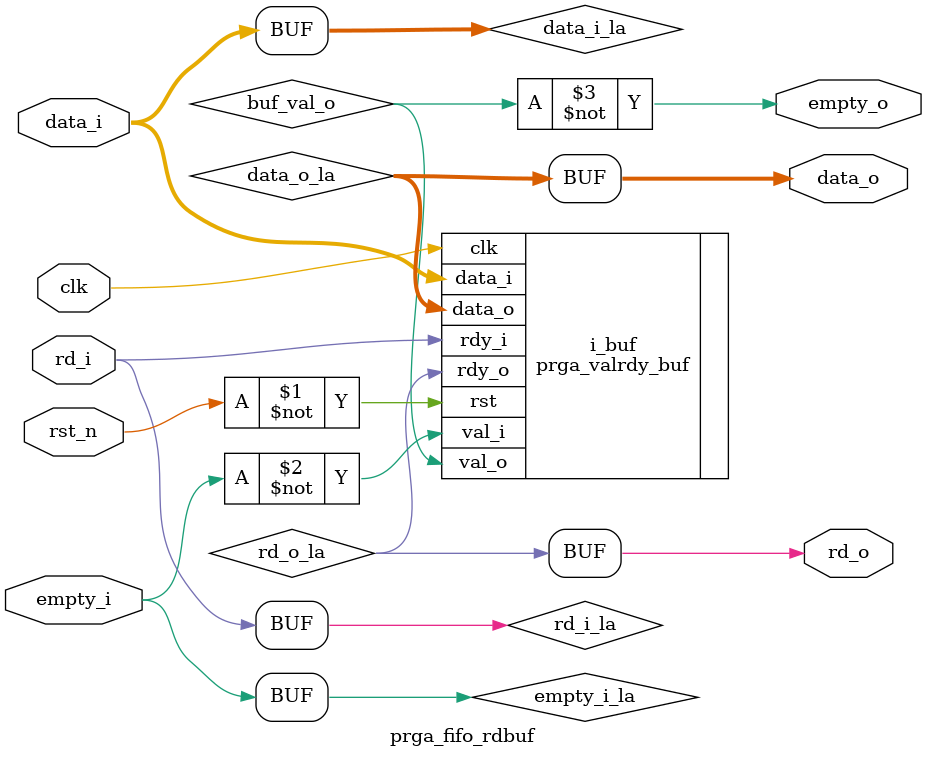
<source format=v>
module prga_fifo_rdbuf #(
    parameter   REGISTERED = 1
    , parameter DECOUPLED = 0
    , parameter DATA_WIDTH = 32
    , parameter INPUT_LOOKAHEAD = 1
    , parameter OUTPUT_LOOKAHEAD = 1
) (
    input wire                          clk
    , input wire                        rst_n

    , output wire                       rd_o
    , input wire                        empty_i
    , input wire [DATA_WIDTH - 1:0]     data_i

    , input wire                        rd_i
    , output wire                       empty_o
    , output wire [DATA_WIDTH - 1:0]    data_o
    );

    wire                    rd_o_la, rd_i_la, empty_i_la, buf_val_o;
    wire [DATA_WIDTH - 1:0] data_i_la, data_o_la;

    generate
        if (INPUT_LOOKAHEAD) begin
            assign rd_o = rd_o_la;
            assign empty_i_la = empty_i;
            assign data_i_la = data_i;
        end else begin
            prga_fifo_lookahead_buffer #(
                .DATA_WIDTH (DATA_WIDTH)
            ) i_labuf_i (
                .clk        (clk)
                ,.rst       (~rst_n)
                ,.empty_i   (empty_i)
                ,.rd_i      (rd_o)
                ,.dout_i    (data_i)
                ,.empty     (empty_i_la)
                ,.rd        (rd_o_la)
                ,.dout      (data_i_la)
                );
        end
    endgenerate

    prga_valrdy_buf #(
        .REGISTERED     (REGISTERED)
        ,.DECOUPLED     (DECOUPLED)
        ,.DATA_WIDTH    (DATA_WIDTH)
    ) i_buf (
        .clk            (clk)
        ,.rst           (~rst_n)         
        ,.rdy_o         (rd_o_la)
        ,.val_i         (~empty_i_la)
        ,.data_i        (data_i_la)
        ,.rdy_i         (rd_i_la)
        ,.val_o         (buf_val_o)
        ,.data_o        (data_o_la)
        );

    generate
        if (OUTPUT_LOOKAHEAD) begin
            assign rd_i_la = rd_i;
            assign empty_o = ~buf_val_o;
            assign data_o = data_o_la;
        end else begin
            prga_fifo_lookahead_buffer #(
                .DATA_WIDTH (DATA_WIDTH)
                ,.REVERSED  (1)
            ) i_labuf_o (
                .clk        (clk)
                ,.rst       (~rst_n)
                ,.empty_i   (~buf_val_o)
                ,.rd_i      (rd_i_la)
                ,.dout_i    (data_o_la)
                ,.empty     (empty_o)
                ,.rd        (rd_i)
                ,.dout      (data_o)
                );
        end
    endgenerate

endmodule

</source>
